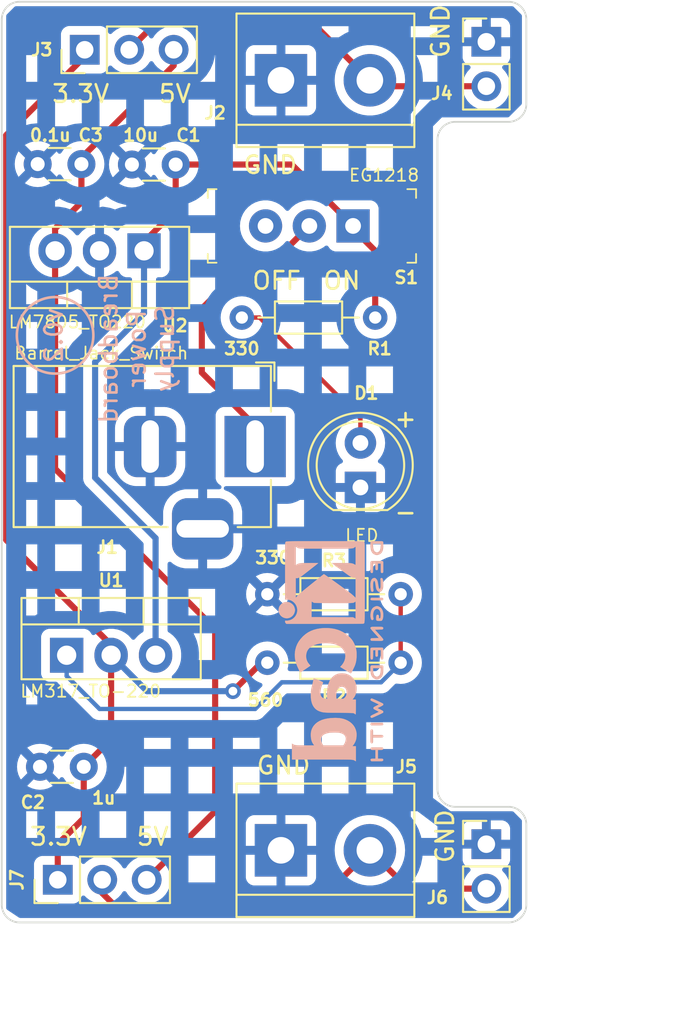
<source format=kicad_pcb>
(kicad_pcb (version 20221018) (generator pcbnew)
  (title_block (rev "2"))
  (layers (0 "F.Cu" signal) (31 "B.Cu" signal) (34 "B.Paste" user) (35 "F.Paste" user) (36 "B.SilkS" user "B.Silkscreen") (37 "F.SilkS" user "F.Silkscreen") (38 "B.Mask" user) (39 "F.Mask" user) (44 "Edge.Cuts" user))
  (net 0 "")
  (net 1 "/12V")
  (net 2 "GND")
  (net 3 "/3.3V")
  (net 4 "/5V")
  (net 5 "Net-(D1-A)")
  (net 6 "/PWR_input")
  (net 7 "Net-(U1-ADJ)")
  (net 9 "/PWR_OUT_BOT")
  (net 10 "/PWR_OUT_TOP")
  (footprint "Capacitor_THT:C_Disc_D3.0mm_W1.6mm_P2.50mm" (layer "F.Cu") (at 140.8284 125.73 180)
    (fp_text reference "C2" (at 2.9064 -2.032) (layer "F.SilkS") (effects (font (size 0.7 0.7))))
    (fp_text value "1u" (at -0.3956 -1.778) (layer "F.SilkS") (effects (font (size 0.7 0.7)) (justify left)))
    (pad "1" thru_hole circle (at 0 0 180) (size 1.6 1.6) (drill 0.8) (layers "*.Cu" "*.Mask") (net 3 "/3.3V"))
    (pad "2" thru_hole circle (at 2.5 0 180) (size 1.6 1.6) (drill 0.8) (layers "*.Cu" "*.Mask") (net 2 "GND"))
  )
  (footprint "Connector_PinHeader_2.54mm:PinHeader_1x03_P2.54mm_Vertical" (layer "F.Cu") (at 140.8834 84.7852 90)
    (fp_text reference "J3" (at 0 -2.4534 180) (layer "F.SilkS") (effects (font (size 0.7 0.7))))
    (fp_text value "Conn_01x03_Pin" hide)
    (pad "1" thru_hole rect (at 0 0 90) (size 1.7 1.7) (drill 1) (layers "*.Cu" "*.Mask") (net 3 "/3.3V"))
    (pad "2" thru_hole oval (at 0 2.54 90) (size 1.7 1.7) (drill 1) (layers "*.Cu" "*.Mask") (net 10 "/PWR_OUT_TOP"))
    (pad "3" thru_hole oval (at 0 5.08 90) (size 1.7 1.7) (drill 1) (layers "*.Cu" "*.Mask") (net 4 "/5V"))
  )
  (footprint "Resistor_THT:R_Axial_DIN0204_L3.6mm_D1.6mm_P7.62mm_Horizontal" (layer "F.Cu") (at 158.9352 119.7864 180)
    (fp_text reference "R2" (at 3.81 -1.92) (layer "F.SilkS") (effects (font (size 0.7 0.7))))
    (fp_text value "330" (at 7.2972 5.9944) (layer "F.SilkS") (effects (font (size 0.7 0.7))))
    (pad "1" thru_hole circle locked (at 0 0 180) (size 1.4 1.4) (drill 0.7) (layers "*.Cu" "*.Mask") (net 7 "Net-(U1-ADJ)"))
    (pad "2" thru_hole oval locked (at 7.62 0 180) (size 1.4 1.4) (drill 0.7) (layers "*.Cu" "*.Mask") (net 3 "/3.3V"))
  )
  (footprint "LED_THT:LED_D5.0mm" (layer "F.Cu") (at 156.6352 109.7788 90)
    (fp_text reference "D1" (at 5.3848 0.3368 180) (layer "F.SilkS") (effects (font (size 0.7 0.7))))
    (fp_text value "LED" (at -2.7432 0.0828 180) (layer "F.SilkS") (effects (font (size 0.7 0.7) (thickness 0.1))))
    (pad "1" thru_hole rect locked (at 0 0 90) (size 1.8 1.8) (drill 0.9) (layers "*.Cu" "*.Mask") (net 2 "GND"))
    (pad "2" thru_hole circle locked (at 2.54 0 90) (size 1.8 1.8) (drill 0.9) (layers "*.Cu" "*.Mask") (net 5 "Net-(D1-A)"))
  )
  (footprint "Connector_PinHeader_2.54mm:PinHeader_1x03_P2.54mm_Vertical" (layer "F.Cu") (at 139.3444 132.1816 90)
    (fp_text reference "J7" (at 0 -2.33 90) (layer "F.SilkS") (effects (font (size 0.7 0.7))))
    (fp_text value "Conn_01x03_Pin" hide)
    (pad "1" thru_hole rect (at 0 0 90) (size 1.7 1.7) (drill 1) (layers "*.Cu" "*.Mask") (net 3 "/3.3V"))
    (pad "2" thru_hole oval (at 0 2.54 90) (size 1.7 1.7) (drill 1) (layers "*.Cu" "*.Mask") (net 9 "/PWR_OUT_BOT"))
    (pad "3" thru_hole oval (at 0 5.08 90) (size 1.7 1.7) (drill 1) (layers "*.Cu" "*.Mask") (net 4 "/5V"))
  )
  (footprint "Resistor_THT:R_Axial_DIN0204_L3.6mm_D1.6mm_P7.62mm_Horizontal" (layer "F.Cu") (at 151.3152 115.8748)
    (fp_text reference "R3" (at 3.81 -1.92) (layer "F.SilkS") (effects (font (size 0.7 0.7))))
    (fp_text value "560" (at -1.2012 6.0452) (layer "F.SilkS") (effects (font (size 0.7 0.7)) (justify left)))
    (pad "1" thru_hole circle locked (at 0 0) (size 1.4 1.4) (drill 0.7) (layers "*.Cu" "*.Mask") (net 2 "GND"))
    (pad "2" thru_hole oval locked (at 7.62 0) (size 1.4 1.4) (drill 0.7) (layers "*.Cu" "*.Mask") (net 7 "Net-(U1-ADJ)"))
  )
  (footprint "Package_TO_SOT_THT:TO-220-3_Vertical" (layer "F.Cu") (at 144.272 96.266 180)
    (fp_text reference "U2" (at -1.778 -4.27) (layer "F.SilkS") (effects (font (size 0.7 0.7))))
    (fp_text value "LM7805_TO220" (at 3.81 -4.064) (layer "F.SilkS") (effects (font (size 0.7 0.7) (thickness 0.1))))
    (pad "1" thru_hole rect (at 0 0 180) (size 1.905 2) (drill 1.1) (layers "*.Cu" "*.Mask") (net 1 "/12V"))
    (pad "2" thru_hole oval (at 2.54 0 180) (size 1.905 2) (drill 1.1) (layers "*.Cu" "*.Mask") (net 2 "GND"))
    (pad "3" thru_hole oval (at 5.08 0 180) (size 1.905 2) (drill 1.1) (layers "*.Cu" "*.Mask") (net 4 "/5V"))
  )
  (footprint "Connector_PinHeader_2.54mm:PinHeader_1x02_P2.54mm_Vertical" (layer "F.Cu") (at 163.83 130.1496)
    (fp_text reference "J6" (at -2.794 3.048) (layer "F.SilkS") (effects (font (size 0.7 0.7))))
    (fp_text value "Conn_01x02_Pin" hide)
    (pad "1" thru_hole rect locked (at 0 0) (size 1.7 1.7) (drill 1) (layers "*.Cu" "*.Mask") (net 2 "GND"))
    (pad "2" thru_hole oval locked (at 0 2.54) (size 1.7 1.7) (drill 1) (layers "*.Cu" "*.Mask") (net 9 "/PWR_OUT_BOT"))
  )
  (footprint "TerminalBlock:TerminalBlock_bornier-2_P5.08mm" (layer "F.Cu") (at 152.0952 130.4996)
    (fp_text reference "J5" (at 7.1628 -4.7696) (layer "F.SilkS") (effects (font (size 0.7 0.7))))
    (fp_text value "Screw_Terminal_01x02" hide)
    (pad "1" thru_hole rect locked (at 0 0) (size 3 3) (drill 1.52) (layers "*.Cu" "*.Mask") (net 2 "GND"))
    (pad "2" thru_hole circle locked (at 5.08 0) (size 3 3) (drill 1.52) (layers "*.Cu" "*.Mask") (net 9 "/PWR_OUT_BOT"))
  )
  (footprint "Connector_PinHeader_2.54mm:PinHeader_1x02_P2.54mm_Vertical" (layer "F.Cu") (at 163.83 84.328)
    (fp_text reference "J4" (at -2.54 2.9464) (layer "F.SilkS") (effects (font (size 0.7 0.7))))
    (fp_text value "Conn_01x02_Pin" hide)
    (pad "1" thru_hole rect locked (at 0 0) (size 1.7 1.7) (drill 1) (layers "*.Cu" "*.Mask") (net 2 "GND"))
    (pad "2" thru_hole oval locked (at 0 2.54) (size 1.7 1.7) (drill 1) (layers "*.Cu" "*.Mask") (net 10 "/PWR_OUT_TOP"))
  )
  (footprint "digikey-footprints:Switch_Slide_11.6x4mm_EG1218" (layer "F.Cu") (at 156.2152 94.8436 180)
    (fp_text reference "S1" (at -3.0428 -2.9464) (layer "F.SilkS") (effects (font (size 0.7 0.7))))
    (fp_text value "EG1218" (at -1.7728 2.8956) (layer "F.SilkS") (effects (font (size 0.7 0.7) (thickness 0.1))))
    (pad "1" thru_hole rect locked (at 0 0 180) (size 1.9 1.9) (drill 0.9) (layers "*.Cu" "*.Mask") (net 1 "/12V"))
    (pad "2" thru_hole circle locked (at 2.5 0 180) (size 1.9 1.9) (drill 0.9) (layers "*.Cu" "*.Mask") (net 6 "/PWR_input"))
    (pad "3" thru_hole circle locked (at 5 0 180) (size 1.9 1.9) (drill 0.9) (layers "*.Cu" "*.Mask"))
  )
  (footprint "Package_TO_SOT_THT:TO-220-3_Vertical" (layer "F.Cu") (at 139.8524 119.3598)
    (fp_text reference "U1" (at 2.54 -4.27) (layer "F.SilkS") (effects (font (size 0.7 0.7))))
    (fp_text value "LM317_TO-220" (at 1.3716 2.0522) (layer "F.SilkS") (effects (font (size 0.7 0.7) (thickness 0.1))))
    (pad "1" thru_hole rect (at 0 0) (size 1.905 2) (drill 1.1) (layers "*.Cu" "*.Mask") (net 7 "Net-(U1-ADJ)"))
    (pad "2" thru_hole oval (at 2.54 0) (size 1.905 2) (drill 1.1) (layers "*.Cu" "*.Mask") (net 3 "/3.3V"))
    (pad "3" thru_hole oval (at 5.08 0) (size 1.905 2) (drill 1.1) (layers "*.Cu" "*.Mask") (net 1 "/12V"))
  )
  (footprint "Resistor_THT:R_Axial_DIN0204_L3.6mm_D1.6mm_P7.62mm_Horizontal" (layer "F.Cu") (at 149.86 100.076)
    (fp_text reference "R1" (at 7.874 1.778) (layer "F.SilkS") (effects (font (size 0.7 0.7))))
    (fp_text value "330" (at 0 1.778) (layer "F.SilkS") (effects (font (size 0.7 0.7))))
    (pad "1" thru_hole circle (at 0 0) (size 1.4 1.4) (drill 0.7) (layers "*.Cu" "*.Mask") (net 5 "Net-(D1-A)"))
    (pad "2" thru_hole oval (at 7.62 0) (size 1.4 1.4) (drill 0.7) (layers "*.Cu" "*.Mask") (net 1 "/12V"))
  )
  (footprint "TerminalBlock:TerminalBlock_bornier-2_P5.08mm" (layer "F.Cu") (at 152.0952 86.528)
    (fp_text reference "J2" (at -3.7592 1.864) (layer "F.SilkS") (effects (font (size 0.7 0.7))))
    (fp_text value "Screw_Terminal_01x02" hide)
    (pad "1" thru_hole rect locked (at 0 0) (size 3 3) (drill 1.52) (layers "*.Cu" "*.Mask") (net 2 "GND"))
    (pad "2" thru_hole circle locked (at 5.08 0) (size 3 3) (drill 1.52) (layers "*.Cu" "*.Mask") (net 10 "/PWR_OUT_TOP"))
  )
  (footprint "Connector_BarrelJack:BarrelJack_Horizontal" (layer "F.Cu") (at 150.622 107.442)
    (fp_text reference "J1" (at -8.45 5.75) (layer "F.SilkS") (effects (font (size 0.7 0.7))))
    (fp_text value "Barrel_Jack_Switch" (at -8.794 -5.334) (layer "F.SilkS") (effects (font (size 0.7 0.7) (thickness 0.1))))
    (pad "1" thru_hole rect (at 0 0) (size 3.5 3.5) (drill oval 1 3) (layers "*.Cu" "*.Mask") (net 6 "/PWR_input"))
    (pad "2" thru_hole roundrect (at -6 0) (size 3 3.5) (drill oval 1 3) (layers "*.Cu" "*.Mask") (net 2 "GND"))
    (pad "3" thru_hole roundrect (at -3 4.7) (size 3.5 3.5) (drill oval 3 1) (layers "*.Cu" "*.Mask") (net 2 "GND"))
  )
  (footprint "Capacitor_THT:C_Disc_D3.0mm_W1.6mm_P2.50mm" (layer "F.Cu") (at 140.696 91.313 180)
    (fp_text reference "C3" (at -0.528 1.651) (layer "F.SilkS") (effects (font (size 0.7 0.7))))
    (fp_text value "0.1u" (at 3.028 1.651) (layer "F.SilkS") (effects (font (size 0.7 0.7)) (justify left)))
    (pad "1" thru_hole circle (at 0 0 180) (size 1.6 1.6) (drill 0.8) (layers "*.Cu" "*.Mask") (net 4 "/5V"))
    (pad "2" thru_hole circle (at 2.5 0 180) (size 1.6 1.6) (drill 0.8) (layers "*.Cu" "*.Mask") (net 2 "GND"))
  )
  (footprint "Capacitor_THT:C_Disc_D3.0mm_W1.6mm_P2.50mm" (layer "F.Cu") (at 146.0808 91.3384 180)
    (fp_text reference "C1" (at -0.7312 1.6764) (layer "F.SilkS") (effects (font (size 0.7 0.7))))
    (fp_text value "10u" (at 3.0788 1.6764) (layer "F.SilkS") (effects (font (size 0.7 0.7)) (justify left)))
    (pad "1" thru_hole circle (at 0 0 180) (size 1.6 1.6) (drill 0.8) (layers "*.Cu" "*.Mask") (net 1 "/12V"))
    (pad "2" thru_hole circle (at 2.5 0 180) (size 1.6 1.6) (drill 0.8) (layers "*.Cu" "*.Mask") (net 2 "GND"))
  )
  (footprint "Symbol:KiCad-Logo2_5mm_SilkScreen" (layer "B.Cu") (at 154.94 119.126 -90)
    (fp_text reference "REF**" hide)
    (fp_text value "KiCad-Logo2_5mm_SilkScreen" hide)
  )
  (gr_circle (center 139.192 101.092) (end 137.414 99.822) (stroke (width 0.15)) (fill none) (layer "B.SilkS"))
  (gr_line (start 137.16 134.62) (end 165.1 134.62) (stroke (width 0.1)) (layer "Edge.Cuts"))
  (gr_line (start 136.144 83.058) (end 136.144 133.604) (stroke (width 0.1)) (layer "Edge.Cuts"))
  (gr_line (start 162.052 88.9) (end 165.1 88.9) (stroke (width 0.1)) (layer "Edge.Cuts"))
  (gr_arc (start 165.1 128.016) (mid 165.81842 128.31358) (end 166.116 129.032) (stroke (width 0.1)) (layer "Edge.Cuts"))
  (gr_line (start 165.1 82.042) (end 137.16 82.042) (stroke (width 0.1)) (layer "Edge.Cuts"))
  (gr_line (start 165.1 128.016) (end 162.052 128.016) (stroke (width 0.1)) (layer "Edge.Cuts"))
  (gr_arc (start 162.052 128.016) (mid 161.33358 127.71842) (end 161.036 127) (stroke (width 0.1)) (layer "Edge.Cuts"))
  (gr_arc (start 161.036 89.916) (mid 161.33358 89.19758) (end 162.052 88.9) (stroke (width 0.1)) (layer "Edge.Cuts"))
  (gr_arc (start 166.116 133.604) (mid 165.81842 134.32242) (end 165.1 134.62) (stroke (width 0.1)) (layer "Edge.Cuts"))
  (gr_line (start 166.116 133.604) (end 166.116 129.032) (stroke (width 0.1)) (layer "Edge.Cuts"))
  (gr_arc (start 137.16 134.62) (mid 136.44158 134.32242) (end 136.144 133.604) (stroke (width 0.1)) (layer "Edge.Cuts"))
  (gr_arc (start 165.1 82.042) (mid 165.81842 82.33958) (end 166.116 83.058) (stroke (width 0.1)) (layer "Edge.Cuts"))
  (gr_line (start 161.036 127) (end 161.036 89.916) (stroke (width 0.1)) (layer "Edge.Cuts"))
  (gr_arc (start 166.116 87.884) (mid 165.81842 88.60242) (end 165.1 88.9) (stroke (width 0.1)) (layer "Edge.Cuts"))
  (gr_arc (start 136.144 83.058) (mid 136.44158 82.33958) (end 137.16 82.042) (stroke (width 0.1)) (layer "Edge.Cuts"))
  (gr_line (start 166.116 87.884) (end 166.116 83.058) (stroke (width 0.1)) (layer "Edge.Cuts"))
  (gr_text "Breadboard\nPower\nSupply" (at 146.05 101.854 90) (layer "B.SilkS") (effects (font (size 1 1)) (justify bottom mirror)))
  (gr_text "v0.2" (at 139.7 101.092 90) (layer "B.SilkS") (effects (font (size 1 1)) (justify bottom mirror)))
  (gr_text "5V" (at 143.764 130.302) (layer "F.SilkS") (effects (font (size 1 1)) (justify left bottom)))
  (gr_text "-" (at 158.496 111.76) (layer "F.SilkS") (effects (font (size 1 1)) (justify left bottom)))
  (gr_text "OFF" (at 150.368 98.552) (layer "F.SilkS") (effects (font (size 1 1)) (justify left bottom)))
  (gr_text "5V" (at 145.034 87.884) (layer "F.SilkS") (effects (font (size 1 1)) (justify left bottom)))
  (gr_text "ON" (at 154.432 98.552) (layer "F.SilkS") (effects (font (size 1 1)) (justify left bottom)))
  (gr_text "GND" (at 150.622 126.238) (layer "F.SilkS") (effects (font (size 1 1)) (justify left bottom)))
  (gr_text "3.3V" (at 137.668 130.302) (layer "F.SilkS") (effects (font (size 1 1)) (justify left bottom)))
  (gr_text "GND" (at 161.798 85.344 90) (layer "F.SilkS") (effects (font (size 1 1)) (justify left bottom)))
  (gr_text "GND" (at 149.86 91.948) (layer "F.SilkS") (effects (font (size 1 1)) (justify left bottom)))
  (gr_text "3.3V" (at 138.938 87.884) (layer "F.SilkS") (effects (font (size 1 1)) (justify left bottom)))
  (gr_text "+" (at 158.496 106.426) (layer "F.SilkS") (effects (font (size 1 1)) (justify left bottom)))
  (gr_text "GND" (at 162.052 131.318 90) (layer "F.SilkS") (effects (font (size 1 1)) (justify left bottom)))
  (segment (start 156.2152 95.0012) (end 157.48 96.266) (width 0.35) (layer "F.Cu") (net 1))
  (segment (start 146.0808 91.3384) (end 146.0808 93.9492) (width 0.35) (layer "F.Cu") (net 1))
  (segment (start 152.71 91.3384) (end 156.2152 94.8436) (width 0.35) (layer "F.Cu") (net 1))
  (segment (start 157.48 96.266) (end 157.48 100.076) (width 0.35) (layer "F.Cu") (net 1))
  (segment (start 146.0808 93.9492) (end 144.272 95.758) (width 0.35) (layer "F.Cu") (net 1))
  (segment (start 146.0808 91.3384) (end 152.71 91.3384) (width 0.35) (layer "F.Cu") (net 1))
  (segment (start 156.2152 94.8436) (end 156.2152 95.0012) (width 0.35) (layer "F.Cu") (net 1))
  (segment (start 144.272 95.758) (end 144.272 96.266) (width 0.35) (layer "F.Cu") (net 1))
  (segment (start 141.478 109.22) (end 144.9324 112.6744) (width 0.35) (layer "B.Cu") (net 1))
  (segment (start 141.478 102.616) (end 141.478 109.22) (width 0.35) (layer "B.Cu") (net 1))
  (segment (start 144.272 99.822) (end 141.478 102.616) (width 0.35) (layer "B.Cu") (net 1))
  (segment (start 144.9324 112.6744) (end 144.9324 119.3598) (width 0.35) (layer "B.Cu") (net 1))
  (segment (start 144.272 96.266) (end 144.272 99.822) (width 0.35) (layer "B.Cu") (net 1))
  (segment (start 139.3444 132.1816) (end 139.3444 130.1496) (width 0.35) (layer "F.Cu") (net 3))
  (segment (start 136.398 112.776) (end 142.3924 118.7704) (width 0.35) (layer "F.Cu") (net 3))
  (segment (start 151.3152 119.7864) (end 150.9776 119.7864) (width 0.35) (layer "F.Cu") (net 3))
  (segment (start 136.398 89.662) (end 136.398 112.776) (width 0.35) (layer "F.Cu") (net 3))
  (segment (start 140.8834 84.7852) (end 140.8834 85.1766) (width 0.35) (layer "F.Cu") (net 3))
  (segment (start 150.9776 119.7864) (end 149.352 121.412) (width 0.35) (layer "F.Cu") (net 3))
  (segment (start 140.8284 128.6656) (end 140.8284 125.73) (width 0.35) (layer "F.Cu") (net 3))
  (segment (start 140.8284 125.73) (end 142.3924 124.166) (width 0.35) (layer "F.Cu") (net 3))
  (segment (start 142.3924 124.166) (end 142.3924 119.3598) (width 0.35) (layer "F.Cu") (net 3))
  (segment (start 139.3444 130.1496) (end 140.8284 128.6656) (width 0.35) (layer "F.Cu") (net 3))
  (segment (start 142.3924 118.7704) (end 142.3924 119.3598) (width 0.35) (layer "F.Cu") (net 3))
  (segment (start 140.8834 85.1766) (end 136.398 89.662) (width 0.35) (layer "F.Cu") (net 3))
  (via (at 149.352 121.412) (size 0.9) (drill 0.5) (layers "F.Cu" "B.Cu") (net 3))
  (segment (start 144.4446 121.412) (end 142.3924 119.3598) (width 0.35) (layer "B.Cu") (net 3))
  (segment (start 149.352 121.412) (end 144.4446 121.412) (width 0.35) (layer "B.Cu") (net 3))
  (segment (start 139.192 96.266) (end 139.192 94.996) (width 0.35) (layer "F.Cu") (net 4))
  (segment (start 139.192 108.712) (end 148.336 117.856) (width 0.35) (layer "F.Cu") (net 4))
  (segment (start 139.192 96.266) (end 139.192 108.712) (width 0.35) (layer "F.Cu") (net 4))
  (segment (start 140.696 93.492) (end 140.696 91.313) (width 0.35) (layer "F.Cu") (net 4))
  (segment (start 139.192 94.996) (end 140.696 93.492) (width 0.35) (layer "F.Cu") (net 4))
  (segment (start 148.336 128.27) (end 144.4244 132.1816) (width 0.35) (layer "F.Cu") (net 4))
  (segment (start 145.9634 85.6846) (end 140.696 90.952) (width 0.35) (layer "F.Cu") (net 4))
  (segment (start 148.336 117.856) (end 148.336 128.27) (width 0.35) (layer "F.Cu") (net 4))
  (segment (start 145.9634 84.7852) (end 145.9634 85.6846) (width 0.35) (layer "F.Cu") (net 4))
  (segment (start 140.696 90.952) (end 140.696 91.313) (width 0.35) (layer "F.Cu") (net 4))
  (segment (start 156.6352 105.8352) (end 156.6352 107.2388) (width 0.25) (layer "F.Cu") (net 5))
  (segment (start 150.876 100.076) (end 156.6352 105.8352) (width 0.25) (layer "F.Cu") (net 5))
  (segment (start 149.86 100.076) (end 150.876 100.076) (width 0.25) (layer "F.Cu") (net 5))
  (segment (start 147.574 103.22) (end 150.526 106.172) (width 0.35) (layer "F.Cu") (net 6))
  (segment (start 147.574 99.568) (end 147.574 103.22) (width 0.35) (layer "F.Cu") (net 6))
  (segment (start 153.7152 94.8436) (end 151.5308 97.028) (width 0.35) (layer "F.Cu") (net 6))
  (segment (start 150.114 97.028) (end 147.574 99.568) (width 0.35) (layer "F.Cu") (net 6))
  (segment (start 151.5308 97.028) (end 150.114 97.028) (width 0.35) (layer "F.Cu") (net 6))
  (segment (start 158.9352 115.8748) (end 158.9352 119.7864) (width 0.25) (layer "F.Cu") (net 7))
  (segment (start 141.732 122.428) (end 139.8524 120.5484) (width 0.25) (layer "B.Cu") (net 7))
  (segment (start 152.146 120.904) (end 150.622 122.428) (width 0.25) (layer "B.Cu") (net 7))
  (segment (start 150.622 122.428) (end 141.732 122.428) (width 0.25) (layer "B.Cu") (net 7))
  (segment (start 139.8524 120.5484) (end 139.8524 119.3598) (width 0.25) (layer "B.Cu") (net 7))
  (segment (start 158.9352 119.7864) (end 157.8176 120.904) (width 0.25) (layer "B.Cu") (net 7))
  (segment (start 157.8176 120.904) (end 152.146 120.904) (width 0.25) (layer "B.Cu") (net 7))
  (segment (start 142.6464 133.7056) (end 153.9692 133.7056) (width 0.35) (layer "F.Cu") (net 9))
  (segment (start 163.83 132.6896) (end 159.3652 132.6896) (width 0.35) (layer "F.Cu") (net 9))
  (segment (start 153.9692 133.7056) (end 157.1752 130.4996) (width 0.35) (layer "F.Cu") (net 9))
  (segment (start 141.8844 132.9436) (end 142.6464 133.7056) (width 0.35) (layer "F.Cu") (net 9))
  (segment (start 157.226 130.4488) (end 157.1752 130.4996) (width 0.35) (layer "F.Cu") (net 9))
  (segment (start 141.8844 132.1816) (end 141.8844 132.9436) (width 0.35) (layer "F.Cu") (net 9))
  (segment (start 159.3652 132.6896) (end 157.1752 130.4996) (width 0.35) (layer "F.Cu") (net 9))
  (segment (start 153.756 83.1088) (end 157.1752 86.528) (width 0.35) (layer "F.Cu") (net 10))
  (segment (start 145.0998 83.1088) (end 153.756 83.1088) (width 0.35) (layer "F.Cu") (net 10))
  (segment (start 157.5152 86.868) (end 157.1752 86.528) (width 0.35) (layer "F.Cu") (net 10))
  (segment (start 163.83 86.868) (end 157.5152 86.868) (width 0.35) (layer "F.Cu") (net 10))
  (segment (start 143.4234 84.7852) (end 145.0998 83.1088) (width 0.35) (layer "F.Cu") (net 10))
  (zone (net 2) (net_name "GND") (layer "B.Cu") (connect_pads (clearance 0.508)) (min_thickness 0.254) (fill yes (mode hatch) (thermal_gap 0.508) (thermal_bridge_width 0.508) (hatch_thickness 1.016) (hatch_gap 1.524) (hatch_orientation 0) (hatch_border_algorithm hatch_thickness) (hatch_min_hole_area 0.3))
    (polygon (pts (xy 136.906 82.296) (xy 136.398 82.804) (xy 136.398 133.858) (xy 137.16 134.366) (xy 165.354 134.366) (xy 165.862 133.858) (xy 165.862 128.778) (xy 165.354 128.27) (xy 161.798 128.27) (xy 160.782 127.508) (xy 160.782 89.154) (xy 161.29 88.646) (xy 165.1 88.646) (xy 165.862 87.884) (xy 165.862 82.804) (xy 165.354 82.296)))
  )
)
</source>
